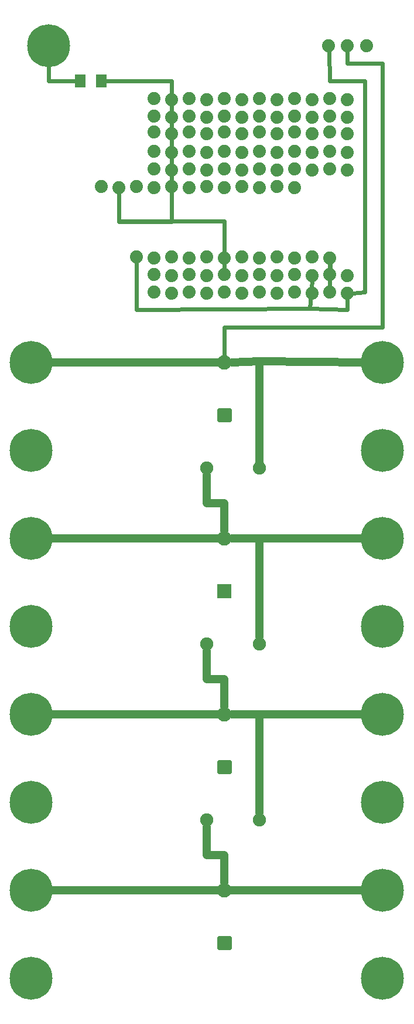
<source format=gbl>
G04 MADE WITH FRITZING*
G04 WWW.FRITZING.ORG*
G04 DOUBLE SIDED*
G04 HOLES PLATED*
G04 CONTOUR ON CENTER OF CONTOUR VECTOR*
%ASAXBY*%
%FSLAX23Y23*%
%MOIN*%
%OFA0B0*%
%SFA1.0B1.0*%
%ADD10C,0.075000*%
%ADD11C,0.082000*%
%ADD12C,0.244000*%
%ADD13C,0.074000*%
%ADD14R,0.082000X0.082000*%
%ADD15R,0.062992X0.074803*%
%ADD16C,0.024000*%
%ADD17C,0.048000*%
%ADD18C,0.020000*%
%LNCOPPER0*%
G90*
G70*
G54D10*
X1573Y3286D03*
X1273Y3286D03*
X1273Y2286D03*
X1573Y2286D03*
X1273Y1286D03*
X1573Y1286D03*
G54D11*
X1373Y586D03*
X1373Y886D03*
G54D12*
X2273Y2386D03*
X2273Y1886D03*
X373Y5686D03*
X273Y3386D03*
X2273Y1386D03*
X273Y886D03*
X273Y2886D03*
X273Y2386D03*
X273Y3886D03*
X2273Y3386D03*
X2273Y886D03*
X2273Y2886D03*
X273Y1386D03*
X2273Y3886D03*
X273Y1886D03*
X273Y386D03*
X2273Y386D03*
G54D11*
X1373Y3586D03*
X1373Y3886D03*
X1373Y1586D03*
X1373Y1886D03*
X1373Y2586D03*
X1373Y2886D03*
G54D13*
X2073Y4278D03*
X1973Y4286D03*
X1873Y4278D03*
X1773Y4286D03*
X1673Y4278D03*
X1573Y4286D03*
X1473Y4278D03*
X1373Y4286D03*
X1273Y4278D03*
X1173Y4286D03*
X1073Y4278D03*
X973Y4286D03*
X2073Y5278D03*
X1973Y5286D03*
X1873Y5278D03*
X1773Y5286D03*
X1673Y5278D03*
X1573Y5286D03*
X1473Y5278D03*
X1373Y5286D03*
X1273Y5278D03*
X1173Y5286D03*
X1073Y5278D03*
X973Y5286D03*
X2073Y5378D03*
X1973Y5386D03*
X1873Y5378D03*
X1773Y5386D03*
X1673Y5378D03*
X1573Y5386D03*
X1473Y5378D03*
X1373Y5386D03*
X1273Y5378D03*
X1173Y5386D03*
X1073Y5378D03*
X973Y5386D03*
X973Y5194D03*
X1073Y5186D03*
X1173Y5194D03*
X1273Y5186D03*
X1373Y5194D03*
X1473Y5186D03*
X1573Y5194D03*
X1673Y5186D03*
X1773Y5194D03*
X1873Y5186D03*
X1973Y5194D03*
X2073Y5186D03*
X2073Y5078D03*
X1973Y5086D03*
X1873Y5078D03*
X1773Y5086D03*
X1673Y5078D03*
X1573Y5086D03*
X1473Y5078D03*
X1373Y5086D03*
X1273Y5078D03*
X1173Y5086D03*
X1073Y5078D03*
X973Y5086D03*
X2073Y4978D03*
X1973Y4986D03*
X1873Y4978D03*
X1773Y4986D03*
X1673Y4978D03*
X1573Y4986D03*
X1473Y4978D03*
X1373Y4986D03*
X1273Y4978D03*
X1173Y4986D03*
X1073Y4978D03*
X973Y4986D03*
X1973Y4478D03*
X1873Y4486D03*
X1773Y4478D03*
X1673Y4486D03*
X1573Y4478D03*
X1473Y4486D03*
X1373Y4478D03*
X1273Y4486D03*
X1173Y4478D03*
X1073Y4486D03*
X973Y4478D03*
X873Y4486D03*
X1773Y4878D03*
X1673Y4886D03*
X1573Y4878D03*
X1473Y4886D03*
X1373Y4878D03*
X1273Y4886D03*
X1173Y4878D03*
X1073Y4886D03*
X973Y4878D03*
X873Y4886D03*
X773Y4878D03*
X673Y4886D03*
X2073Y4378D03*
X1973Y4386D03*
X1873Y4378D03*
X1773Y4386D03*
X1673Y4378D03*
X1573Y4386D03*
X1473Y4378D03*
X1373Y4386D03*
X1273Y4378D03*
X1173Y4386D03*
X1073Y4378D03*
X973Y4386D03*
X1966Y5686D03*
X2073Y5686D03*
X2180Y5686D03*
G54D14*
X1373Y2586D03*
G54D15*
X551Y5486D03*
X673Y5486D03*
G54D16*
X1974Y4484D02*
X1973Y4314D01*
D02*
X1973Y4414D02*
X1974Y4484D01*
D02*
X773Y4849D02*
X772Y4688D01*
D02*
X1373Y4688D02*
X1373Y4414D01*
D02*
X1076Y4688D02*
X1373Y4688D01*
D02*
X772Y4688D02*
X1076Y4688D01*
D02*
X1073Y4686D02*
X1073Y5049D01*
D02*
X773Y4849D02*
X773Y4686D01*
D02*
X773Y4686D02*
X1073Y4686D01*
D02*
X699Y5486D02*
X1073Y5486D01*
D02*
X1073Y5486D02*
X1073Y5406D01*
D02*
X1073Y5186D02*
X1073Y5349D01*
D02*
X1073Y5278D02*
X1073Y5186D01*
D02*
X1073Y5086D02*
X1073Y5249D01*
D02*
X1073Y5106D02*
X1073Y5086D01*
G54D17*
D02*
X1573Y3891D02*
X1416Y3887D01*
D02*
X2176Y3887D02*
X1573Y3891D01*
G54D16*
D02*
X2173Y4286D02*
X2102Y4280D01*
D02*
X1973Y5486D02*
X2173Y5486D01*
D02*
X2173Y5486D02*
X2173Y4286D01*
D02*
X1967Y5655D02*
X1973Y5486D01*
D02*
X2073Y5586D02*
X2073Y5655D01*
D02*
X2273Y5586D02*
X2073Y5586D01*
D02*
X1373Y3918D02*
X1373Y4086D01*
D02*
X2273Y4086D02*
X2273Y5586D01*
D02*
X1373Y4086D02*
X2273Y4086D01*
D02*
X2073Y4187D02*
X2073Y4249D01*
D02*
X1857Y4193D02*
X2073Y4187D01*
D02*
X1871Y4349D02*
X1857Y4193D01*
D02*
X1857Y4193D02*
X871Y4187D01*
D02*
X871Y4187D02*
X873Y4457D01*
G54D17*
D02*
X1416Y2886D02*
X2176Y2886D01*
D02*
X359Y2886D02*
X1341Y2886D01*
D02*
X370Y1886D02*
X1330Y1886D01*
D02*
X1573Y2886D02*
X1573Y2326D01*
D02*
X1416Y2886D02*
X1573Y2886D01*
D02*
X1373Y2086D02*
X1373Y1929D01*
D02*
X1273Y2086D02*
X1373Y2086D01*
D02*
X1273Y2246D02*
X1273Y2086D01*
D02*
X1573Y1886D02*
X2176Y1886D01*
D02*
X1416Y1886D02*
X1573Y1886D01*
D02*
X1573Y1886D02*
X1573Y1326D01*
D02*
X359Y3886D02*
X1373Y3886D01*
D02*
X1573Y3891D02*
X1573Y3314D01*
D02*
X1373Y3086D02*
X1273Y3086D01*
D02*
X1273Y3086D02*
X1273Y3246D01*
D02*
X1373Y2929D02*
X1373Y3086D01*
D02*
X1273Y1086D02*
X1273Y1246D01*
D02*
X1373Y1086D02*
X1273Y1086D01*
D02*
X1373Y929D02*
X1373Y1086D01*
D02*
X1341Y886D02*
X359Y886D01*
D02*
X1405Y886D02*
X2187Y886D01*
G54D16*
D02*
X525Y5486D02*
X373Y5486D01*
D02*
X373Y5486D02*
X373Y5600D01*
G54D18*
X1342Y617D02*
X1404Y617D01*
X1404Y555D01*
X1342Y555D01*
X1342Y617D01*
D02*
X1342Y3617D02*
X1404Y3617D01*
X1404Y3555D01*
X1342Y3555D01*
X1342Y3617D01*
D02*
X1342Y1617D02*
X1404Y1617D01*
X1404Y1555D01*
X1342Y1555D01*
X1342Y1617D01*
D02*
G04 End of Copper0*
M02*
</source>
